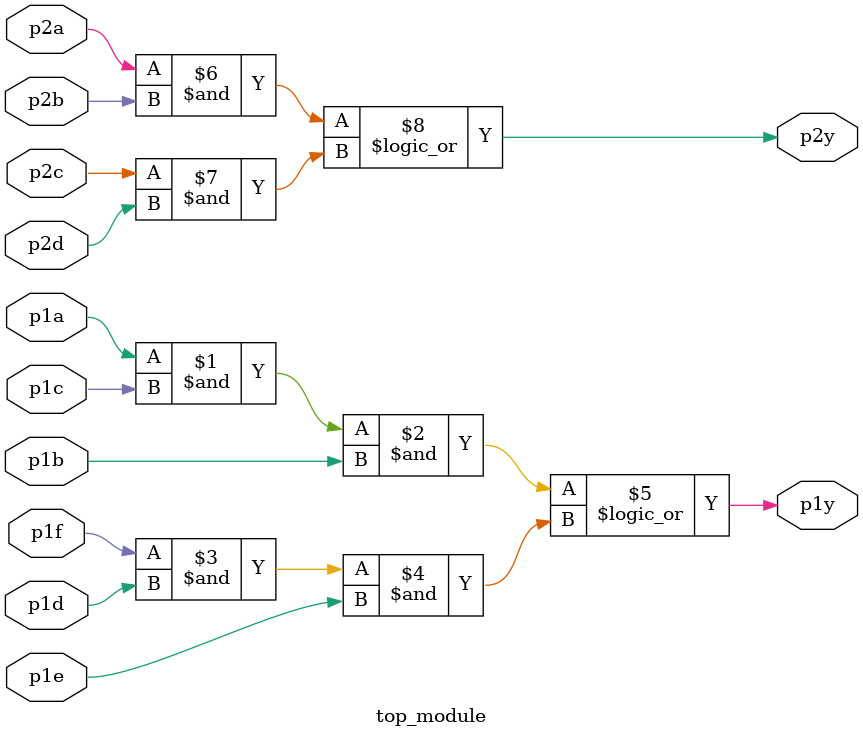
<source format=v>
module top_module ( 
    input p1a, p1b, p1c, p1d, p1e, p1f,
    output p1y,
    input p2a, p2b, p2c, p2d,
    output p2y );
    assign p1y = (p1a&p1c&p1b)||(p1f&p1d&p1e);
    assign p2y = (p2a&p2b)||(p2c&p2d);

endmodule


</source>
